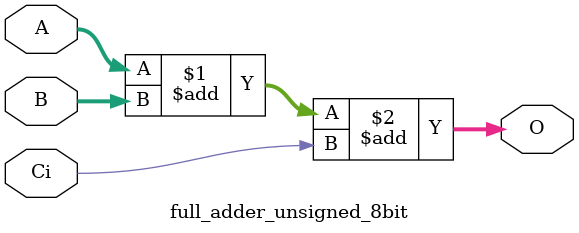
<source format=v>
module full_adder_unsigned_8bit(A, B, Ci, O);
  input [7:0] A;
  input [7:0] B;
  input Ci;
  output [8:0] O;

  assign O = A + B + Ci;
endmodule




</source>
